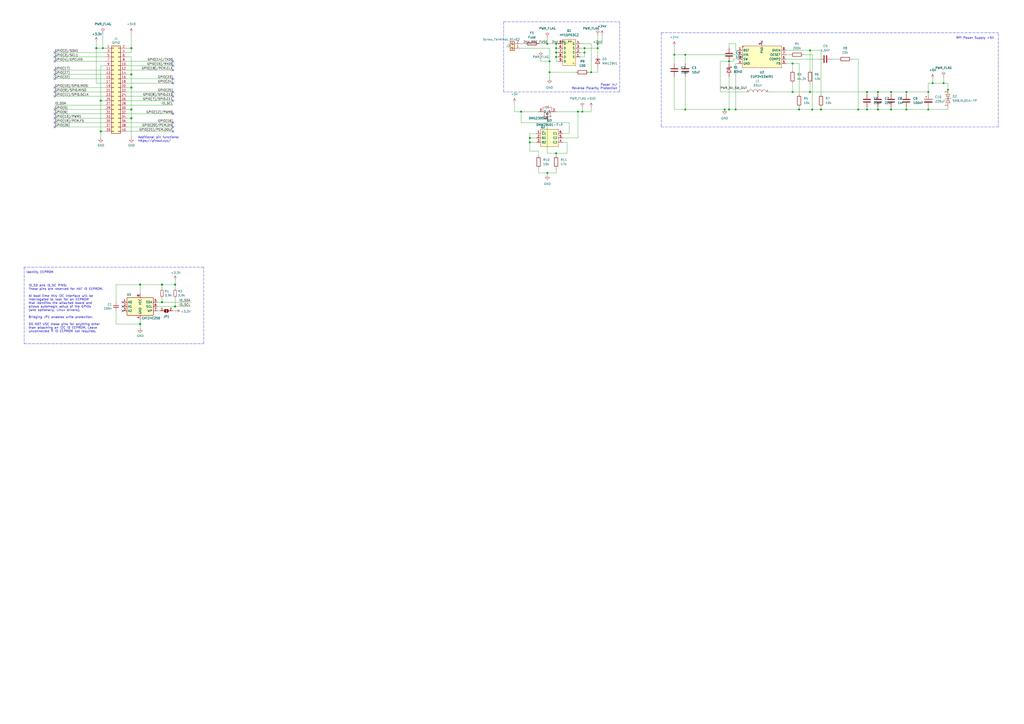
<source format=kicad_sch>
(kicad_sch (version 20211123) (generator eeschema)
  (paper "A2")
  (title_block (title "CBPi Hat") (date "2023-02-13") (rev "Rev 1.1") (company "Till Klocke"))
  (lib_symbols
    (symbol "Connector:Screw_Terminal_01x02" (pin_names (offset 1.016) hide)
      (property "Reference" "J" (at 0 2.54 0))
      (property "Value" "Screw_Terminal_01x02" (at 0 -5.08 0))
      (symbol "Screw_Terminal_01x02_1_1"
        (rectangle (start -1.27 1.27) (end 1.27 -3.81) (stroke (width 0.254)) (fill (type background)))
        (circle (center 0 -2.54) (radius 0.635) (stroke (width 0.1524)))
        (polyline (pts (xy -0.5334 -2.2098) (xy 0.3302 -3.048)) (stroke (width 0.1524)))
        (polyline (pts (xy -0.5334 0.3302) (xy 0.3302 -0.508)) (stroke (width 0.1524)))
        (polyline (pts (xy -0.3556 -2.032) (xy 0.508 -2.8702)) (stroke (width 0.1524)))
        (polyline (pts (xy -0.3556 0.508) (xy 0.508 -0.3302)) (stroke (width 0.1524)))
        (circle (center 0 0) (radius 0.635) (stroke (width 0.1524)))
        (pin passive line (at -5.08 0 0) (length 3.81) (name "Pin_1") (number "1"))
        (pin passive line (at -5.08 -2.54 0) (length 3.81) (name "Pin_2") (number "2"))
      )
    )
    (symbol "Connector_Generic:Conn_02x20_Odd_Even" (pin_names (offset 1.016) hide)
      (property "Reference" "J" (at 1.27 25.4 0))
      (property "Value" "Conn_02x20_Odd_Even" (at 1.27 -27.94 0))
      (symbol "Conn_02x20_Odd_Even_1_1"
        (rectangle (start -1.27 -25.273) (end 0 -25.527) (stroke (width 0.1524)))
        (rectangle (start -1.27 -22.733) (end 0 -22.987) (stroke (width 0.1524)))
        (rectangle (start -1.27 -20.193) (end 0 -20.447) (stroke (width 0.1524)))
        (rectangle (start -1.27 -17.653) (end 0 -17.907) (stroke (width 0.1524)))
        (rectangle (start -1.27 -15.113) (end 0 -15.367) (stroke (width 0.1524)))
        (rectangle (start -1.27 -12.573) (end 0 -12.827) (stroke (width 0.1524)))
        (rectangle (start -1.27 -10.033) (end 0 -10.287) (stroke (width 0.1524)))
        (rectangle (start -1.27 -7.493) (end 0 -7.747) (stroke (width 0.1524)))
        (rectangle (start -1.27 -4.953) (end 0 -5.207) (stroke (width 0.1524)))
        (rectangle (start -1.27 -2.413) (end 0 -2.667) (stroke (width 0.1524)))
        (rectangle (start -1.27 0.127) (end 0 -0.127) (stroke (width 0.1524)))
        (rectangle (start -1.27 2.667) (end 0 2.413) (stroke (width 0.1524)))
        (rectangle (start -1.27 5.207) (end 0 4.953) (stroke (width 0.1524)))
        (rectangle (start -1.27 7.747) (end 0 7.493) (stroke (width 0.1524)))
        (rectangle (start -1.27 10.287) (end 0 10.033) (stroke (width 0.1524)))
        (rectangle (start -1.27 12.827) (end 0 12.573) (stroke (width 0.1524)))
        (rectangle (start -1.27 15.367) (end 0 15.113) (stroke (width 0.1524)))
        (rectangle (start -1.27 17.907) (end 0 17.653) (stroke (width 0.1524)))
        (rectangle (start -1.27 20.447) (end 0 20.193) (stroke (width 0.1524)))
        (rectangle (start -1.27 22.987) (end 0 22.733) (stroke (width 0.1524)))
        (rectangle (start -1.27 24.13) (end 3.81 -26.67) (stroke (width 0.254)) (fill (type background)))
        (rectangle (start 3.81 -25.273) (end 2.54 -25.527) (stroke (width 0.1524)))
        (rectangle (start 3.81 -22.733) (end 2.54 -22.987) (stroke (width 0.1524)))
        (rectangle (start 3.81 -20.193) (end 2.54 -20.447) (stroke (width 0.1524)))
        (rectangle (start 3.81 -17.653) (end 2.54 -17.907) (stroke (width 0.1524)))
        (rectangle (start 3.81 -15.113) (end 2.54 -15.367) (stroke (width 0.1524)))
        (rectangle (start 3.81 -12.573) (end 2.54 -12.827) (stroke (width 0.1524)))
        (rectangle (start 3.81 -10.033) (end 2.54 -10.287) (stroke (width 0.1524)))
        (rectangle (start 3.81 -7.493) (end 2.54 -7.747) (stroke (width 0.1524)))
        (rectangle (start 3.81 -4.953) (end 2.54 -5.207) (stroke (width 0.1524)))
        (rectangle (start 3.81 -2.413) (end 2.54 -2.667) (stroke (width 0.1524)))
        (rectangle (start 3.81 0.127) (end 2.54 -0.127) (stroke (width 0.1524)))
        (rectangle (start 3.81 2.667) (end 2.54 2.413) (stroke (width 0.1524)))
        (rectangle (start 3.81 5.207) (end 2.54 4.953) (stroke (width 0.1524)))
        (rectangle (start 3.81 7.747) (end 2.54 7.493) (stroke (width 0.1524)))
        (rectangle (start 3.81 10.287) (end 2.54 10.033) (stroke (width 0.1524)))
        (rectangle (start 3.81 12.827) (end 2.54 12.573) (stroke (width 0.1524)))
        (rectangle (start 3.81 15.367) (end 2.54 15.113) (stroke (width 0.1524)))
        (rectangle (start 3.81 17.907) (end 2.54 17.653) (stroke (width 0.1524)))
        (rectangle (start 3.81 20.447) (end 2.54 20.193) (stroke (width 0.1524)))
        (rectangle (start 3.81 22.987) (end 2.54 22.733) (stroke (width 0.1524)))
        (pin passive line (at -5.08 22.86 0) (length 3.81) (name "Pin_1") (number "1"))
        (pin passive line (at 7.62 12.7 180) (length 3.81) (name "Pin_10") (number "10"))
        (pin passive line (at -5.08 10.16 0) (length 3.81) (name "Pin_11") (number "11"))
        (pin passive line (at 7.62 10.16 180) (length 3.81) (name "Pin_12") (number "12"))
        (pin passive line (at -5.08 7.62 0) (length 3.81) (name "Pin_13") (number "13"))
        (pin passive line (at 7.62 7.62 180) (length 3.81) (name "Pin_14") (number "14"))
        (pin passive line (at -5.08 5.08 0) (length 3.81) (name "Pin_15") (number "15"))
        (pin passive line (at 7.62 5.08 180) (length 3.81) (name "Pin_16") (number "16"))
        (pin passive line (at -5.08 2.54 0) (length 3.81) (name "Pin_17") (number "17"))
        (pin passive line (at 7.62 2.54 180) (length 3.81) (name "Pin_18") (number "18"))
        (pin passive line (at -5.08 0 0) (length 3.81) (name "Pin_19") (number "19"))
        (pin passive line (at 7.62 22.86 180) (length 3.81) (name "Pin_2") (number "2"))
        (pin passive line (at 7.62 0 180) (length 3.81) (name "Pin_20") (number "20"))
        (pin passive line (at -5.08 -2.54 0) (length 3.81) (name "Pin_21") (number "21"))
        (pin passive line (at 7.62 -2.54 180) (length 3.81) (name "Pin_22") (number "22"))
        (pin passive line (at -5.08 -5.08 0) (length 3.81) (name "Pin_23") (number "23"))
        (pin passive line (at 7.62 -5.08 180) (length 3.81) (name "Pin_24") (number "24"))
        (pin passive line (at -5.08 -7.62 0) (length 3.81) (name "Pin_25") (number "25"))
        (pin passive line (at 7.62 -7.62 180) (length 3.81) (name "Pin_26") (number "26"))
        (pin passive line (at -5.08 -10.16 0) (length 3.81) (name "Pin_27") (number "27"))
        (pin passive line (at 7.62 -10.16 180) (length 3.81) (name "Pin_28") (number "28"))
        (pin passive line (at -5.08 -12.7 0) (length 3.81) (name "Pin_29") (number "29"))
        (pin passive line (at -5.08 20.32 0) (length 3.81) (name "Pin_3") (number "3"))
        (pin passive line (at 7.62 -12.7 180) (length 3.81) (name "Pin_30") (number "30"))
        (pin passive line (at -5.08 -15.24 0) (length 3.81) (name "Pin_31") (number "31"))
        (pin passive line (at 7.62 -15.24 180) (length 3.81) (name "Pin_32") (number "32"))
        (pin passive line (at -5.08 -17.78 0) (length 3.81) (name "Pin_33") (number "33"))
        (pin passive line (at 7.62 -17.78 180) (length 3.81) (name "Pin_34") (number "34"))
        (pin passive line (at -5.08 -20.32 0) (length 3.81) (name "Pin_35") (number "35"))
        (pin passive line (at 7.62 -20.32 180) (length 3.81) (name "Pin_36") (number "36"))
        (pin passive line (at -5.08 -22.86 0) (length 3.81) (name "Pin_37") (number "37"))
        (pin passive line (at 7.62 -22.86 180) (length 3.81) (name "Pin_38") (number "38"))
        (pin passive line (at -5.08 -25.4 0) (length 3.81) (name "Pin_39") (number "39"))
        (pin passive line (at 7.62 20.32 180) (length 3.81) (name "Pin_4") (number "4"))
        (pin passive line (at 7.62 -25.4 180) (length 3.81) (name "Pin_40") (number "40"))
        (pin passive line (at -5.08 17.78 0) (length 3.81) (name "Pin_5") (number "5"))
        (pin passive line (at 7.62 17.78 180) (length 3.81) (name "Pin_6") (number "6"))
        (pin passive line (at -5.08 15.24 0) (length 3.81) (name "Pin_7") (number "7"))
        (pin passive line (at 7.62 15.24 180) (length 3.81) (name "Pin_8") (number "8"))
        (pin passive line (at -5.08 12.7 0) (length 3.81) (name "Pin_9") (number "9"))
      )
    )
    (symbol "Device:C" (pin_numbers hide) (pin_names (offset 0.254))
      (property "Reference" "C" (at 0.635 2.54 0))
      (property "Value" "C" (at 0.635 -2.54 0))
      (symbol "C_0_1"
        (polyline (pts (xy -2.032 -0.762) (xy 2.032 -0.762)) (stroke (width 0.508)))
        (polyline (pts (xy -2.032 0.762) (xy 2.032 0.762)) (stroke (width 0.508)))
      )
      (symbol "C_1_1"
        (pin passive line (at 0 3.81 270) (length 2.794) (name "~") (number "1"))
        (pin passive line (at 0 -3.81 90) (length 2.794) (name "~") (number "2"))
      )
    )
    (symbol "Device:C_Polarized" (pin_numbers hide) (pin_names (offset 0.254))
      (property "Reference" "C" (at 0.635 2.54 0))
      (property "Value" "C_Polarized" (at 0.635 -2.54 0))
      (symbol "C_Polarized_0_1"
        (rectangle (start -2.286 0.508) (end 2.286 1.016))
        (polyline (pts (xy -1.778 2.286) (xy -0.762 2.286)))
        (polyline (pts (xy -1.27 2.794) (xy -1.27 1.778)))
        (rectangle (start 2.286 -0.508) (end -2.286 -1.016) (fill (type outline)))
      )
      (symbol "C_Polarized_1_1"
        (pin passive line (at 0 3.81 270) (length 2.794) (name "~") (number "1"))
        (pin passive line (at 0 -3.81 90) (length 2.794) (name "~") (number "2"))
      )
    )
    (symbol "Device:C_Small" (pin_numbers hide) (pin_names (offset 0.254) hide)
      (property "Reference" "C" (at 0.254 1.778 0))
      (property "Value" "C_Small" (at 0.254 -2.032 0))
      (symbol "C_Small_0_1"
        (polyline (pts (xy -1.524 -0.508) (xy 1.524 -0.508)) (stroke (width 0.3302)))
        (polyline (pts (xy -1.524 0.508) (xy 1.524 0.508)) (stroke (width 0.3048)))
      )
      (symbol "C_Small_1_1"
        (pin passive line (at 0 2.54 270) (length 2.032) (name "~") (number "1"))
        (pin passive line (at 0 -2.54 90) (length 2.032) (name "~") (number "2"))
      )
    )
    (symbol "Device:D_Zener" (pin_numbers hide) (pin_names (offset 1.016) hide)
      (property "Reference" "D" (at 0 2.54 0))
      (property "Value" "D_Zener" (at 0 -2.54 0))
      (symbol "D_Zener_0_1"
        (polyline (pts (xy 1.27 0) (xy -1.27 0)))
        (polyline (pts (xy -1.27 -1.27) (xy -1.27 1.27) (xy -0.762 1.27)) (stroke (width 0.254)))
        (polyline (pts (xy 1.27 -1.27) (xy 1.27 1.27) (xy -1.27 0) (xy 1.27 -1.27)) (stroke (width 0.254)))
      )
      (symbol "D_Zener_1_1"
        (pin passive line (at -3.81 0 0) (length 2.54) (name "K") (number "1"))
        (pin passive line (at 3.81 0 180) (length 2.54) (name "A") (number "2"))
      )
    )
    (symbol "Device:Fuse" (pin_numbers hide) (pin_names (offset 0))
      (property "Reference" "F" (at 2.032 0 90))
      (property "Value" "Fuse" (at -1.905 0 90))
      (symbol "Fuse_0_1"
        (rectangle (start -0.762 -2.54) (end 0.762 2.54) (stroke (width 0.254)))
        (polyline (pts (xy 0 2.54) (xy 0 -2.54)))
      )
      (symbol "Fuse_1_1"
        (pin passive line (at 0 3.81 270) (length 1.27) (name "~") (number "1"))
        (pin passive line (at 0 -3.81 90) (length 1.27) (name "~") (number "2"))
      )
    )
    (symbol "Device:R" (pin_numbers hide) (pin_names (offset 0))
      (property "Reference" "R" (at 2.032 0 90))
      (property "Value" "R" (at 0 0 90))
      (symbol "R_0_1"
        (rectangle (start -1.016 -2.54) (end 1.016 2.54) (stroke (width 0.254)))
      )
      (symbol "R_1_1"
        (pin passive line (at 0 3.81 270) (length 1.27) (name "~") (number "1"))
        (pin passive line (at 0 -3.81 90) (length 1.27) (name "~") (number "2"))
      )
    )
    (symbol "Device:R_Small" (pin_numbers hide) (pin_names (offset 0.254) hide)
      (property "Reference" "R" (at 0.762 0.508 0))
      (property "Value" "R_Small" (at 0.762 -1.016 0))
      (symbol "R_Small_0_1"
        (rectangle (start -0.762 1.778) (end 0.762 -1.778) (stroke (width 0.2032)))
      )
      (symbol "R_Small_1_1"
        (pin passive line (at 0 2.54 270) (length 0.762) (name "~") (number "1"))
        (pin passive line (at 0 -2.54 90) (length 0.762) (name "~") (number "2"))
      )
    )
    (symbol "Diode:B340" (pin_numbers hide) (pin_names (offset 1.016) hide)
      (property "Reference" "D" (at 0 2.54 0))
      (property "Value" "B340" (at 0 -2.54 0))
      (symbol "B340_0_1"
        (polyline (pts (xy 1.27 0) (xy -1.27 0)))
        (polyline (pts (xy 1.27 1.27) (xy 1.27 -1.27) (xy -1.27 0) (xy 1.27 1.27)) (stroke (width 0.254)))
        (polyline (pts (xy -1.905 0.635) (xy -1.905 1.27) (xy -1.27 1.27) (xy -1.27 -1.27) (xy -0.635 -1.27) (xy -0.635 -0.635)) (stroke (width 0.254)))
      )
      (symbol "B340_1_1"
        (pin passive line (at -3.81 0 0) (length 2.54) (name "K") (number "1"))
        (pin passive line (at 3.81 0 180) (length 2.54) (name "A") (number "2"))
      )
    )
    (symbol "Jumper:SolderJumper_2_Open" (pin_names (offset 0) hide)
      (property "Reference" "JP" (at 0 2.032 0))
      (property "Value" "SolderJumper_2_Open" (at 0 -2.54 0))
      (symbol "SolderJumper_2_Open_0_1"
        (arc (start -0.254 1.016) (mid -1.27 0) (end -0.254 -1.016))
        (arc (start -0.254 1.016) (mid -1.27 0) (end -0.254 -1.016) (fill (type outline)))
        (polyline (pts (xy -0.254 1.016) (xy -0.254 -1.016)))
        (polyline (pts (xy 0.254 1.016) (xy 0.254 -1.016)))
        (arc (start 0.254 -1.016) (mid 1.27 0) (end 0.254 1.016))
        (arc (start 0.254 -1.016) (mid 1.27 0) (end 0.254 1.016) (fill (type outline)))
      )
      (symbol "SolderJumper_2_Open_1_1"
        (pin passive line (at -3.81 0 0) (length 2.54) (name "A") (number "1"))
        (pin passive line (at 3.81 0 180) (length 2.54) (name "B") (number "2"))
      )
    )
    (symbol "Memory_EEPROM:CAT24C256"
      (property "Reference" "U" (at -6.35 6.35 0))
      (property "Value" "CAT24C256" (at 1.27 6.35 0))
      (symbol "CAT24C256_1_1"
        (rectangle (start -7.62 5.08) (end 7.62 -5.08) (stroke (width 0.254)) (fill (type background)))
        (pin input line (at -10.16 2.54 0) (length 2.54) (name "A0") (number "1"))
        (pin input line (at -10.16 0 0) (length 2.54) (name "A1") (number "2"))
        (pin input line (at -10.16 -2.54 0) (length 2.54) (name "A2") (number "3"))
        (pin power_in line (at 0 -7.62 90) (length 2.54) (name "GND") (number "4"))
        (pin bidirectional line (at 10.16 2.54 180) (length 2.54) (name "SDA") (number "5"))
        (pin input line (at 10.16 0 180) (length 2.54) (name "SCL") (number "6"))
        (pin input line (at 10.16 -2.54 180) (length 2.54) (name "WP") (number "7"))
        (pin power_in line (at 0 7.62 270) (length 2.54) (name "VCC") (number "8"))
      )
    )
    (symbol "dmg2305ux:DMG2305UX"
      (property "Reference" "Q" (at 0 10.16 0))
      (property "Value" "DMG2305UX" (at 0 -10.16 0))
      (symbol "DMG2305UX_0_1"
        (polyline (pts (xy -3.05 2.29) (xy -3.05 -2.29)))
        (polyline (pts (xy -2.54 -2.29) (xy -2.54 -1.27)))
        (polyline (pts (xy -2.54 -0.51) (xy -2.54 0.51)))
        (polyline (pts (xy -2.54 2.29) (xy -2.54 1.27)))
        (polyline (pts (xy 0 -1.78) (xy -2.54 -1.78)))
        (polyline (pts (xy 0 0) (xy -1.52 0.51) (xy -1.52 -0.51) (xy 0 0)) (fill (type background)))
        (polyline (pts (xy 1.52 -0.51) (xy 2.03 -0.51) (xy 3.05 -0.51) (xy 3.56 -0.51)))
        (polyline (pts (xy 2.54 -0.51) (xy 3.3 0.76) (xy 1.78 0.76) (xy 2.54 -0.51)) (fill (type background)))
        (polyline (pts (xy -2.54 0) (xy 0 0) (xy 0 -2.54) (xy 2.54 -2.54) (xy 2.54 -0.76)))
        (polyline (pts (xy -2.54 1.78) (xy 0 1.78) (xy 0 2.54) (xy 2.54 2.54) (xy 2.54 0.76)))
        (pin input line (at -5.08 0 0) (length 2.54) (name "G") (number "1"))
        (pin input line (at 0 -5.08 90) (length 2.54) (name "S") (number "2"))
        (pin input line (at 0 5.08 270) (length 2.54) (name "D") (number "3"))
      )
    )
    (symbol "dmmt5401-f-7:DMMT5401-7-F"
      (property "Reference" "Q" (at 0 7.62 0))
      (property "Value" "DMMT5401-7-F" (at 0 -7.62 0))
      (symbol "DMMT5401-7-F_0_1"
        (rectangle (start -5.08 5.08) (end 5.08 -5.08) (fill (type background)))
        (circle (center -3.81 3.81) (radius 0.38))
        (pin input line (at -7.62 2.54 0) (length 2.54) (name "C1") (number "1"))
        (pin input line (at -7.62 0 0) (length 2.54) (name "B1") (number "2"))
        (pin input line (at -7.62 -2.54 0) (length 2.54) (name "B2") (number "3"))
        (pin input line (at 7.62 -2.54 180) (length 2.54) (name "C2") (number "4"))
        (pin input line (at 7.62 0 180) (length 2.54) (name "E2") (number "5"))
        (pin input line (at 7.62 2.54 180) (length 2.54) (name "E1") (number "6"))
      )
    )
    (symbol "eup3453wir1:EUP3453WIR1"
      (property "Reference" "U" (at 0 13.97 0))
      (property "Value" "EUP3453WIR1" (at 0 -8.89 0))
      (symbol "EUP3453WIR1_0_1"
        (rectangle (start -11.43 6.35) (end 11.43 -6.35) (fill (type background)))
        (circle (center -10.92 5.84) (radius 0.38))
        (pin input line (at -13.97 3.81 0) (length 2.54) (name "BST") (number "1"))
        (pin power_in line (at -13.97 1.27 0) (length 2.54) (name "VIN") (number "2"))
        (pin input line (at -13.97 -1.27 0) (length 2.54) (name "SW") (number "3"))
        (pin power_in line (at -13.97 -3.81 0) (length 2.54) (name "GND") (number "4"))
        (pin input line (at 13.97 -3.81 180) (length 2.54) (name "FB") (number "5"))
        (pin input line (at 13.97 -1.27 180) (length 2.54) (name "COMP2") (number "6"))
        (pin input line (at 13.97 1.27 180) (length 2.54) (name "OCSET") (number "7"))
        (pin input line (at 13.97 3.81 180) (length 2.54) (name "OVEN") (number "8"))
        (pin unspecified line (at 0 8.89 270) (length 2.54) (name "PAD") (number "9"))
      )
    )
    (symbol "hy15p03c2:HY15P03C2"
      (property "Reference" "Q" (at 0 10.16 0))
      (property "Value" "HY15P03C2" (at 0 -10.16 0))
      (symbol "HY15P03C2_0_1"
        (rectangle (start -3.81 7.62) (end 3.81 -7.62) (fill (type background)))
        (circle (center -2.54 6.35) (radius 0.38))
        (pin power_in line (at -6.35 2.54 0) (length 2.54) (name "S") (number "1"))
        (pin power_in line (at -6.35 0 0) (length 2.54) (name "S") (number "2"))
        (pin power_in line (at -6.35 -2.54 0) (length 2.54) (name "S") (number "3"))
        (pin input line (at -6.35 -5.08 0) (length 2.54) (name "G") (number "4"))
        (pin power_in line (at 6.35 -5.08 180) (length 2.54) (name "D") (number "5"))
        (pin power_in line (at 6.35 -2.54 180) (length 2.54) (name "D") (number "6"))
        (pin power_in line (at 6.35 0 180) (length 2.54) (name "D") (number "7"))
        (pin power_in line (at 6.35 2.54 180) (length 2.54) (name "D") (number "8"))
        (pin power_in line (at 6.35 5.08 180) (length 2.54) (name "D") (number "9"))
      )
    )
    (symbol "power:+24V" (power) (pin_names (offset 0))
      (property "Value" "+24V" (at 0 3.556 0))
      (symbol "+24V_0_1"
        (polyline (pts (xy -0.762 1.27) (xy 0 2.54)))
        (polyline (pts (xy 0 0) (xy 0 2.54)))
        (polyline (pts (xy 0 2.54) (xy 0.762 1.27)))
      )
      (symbol "+24V_1_1"
        (pin power_in line (at 0 0 90) (length 0) hide (name "+24V") (number "1"))
      )
    )
    (symbol "power:+3.3V" (power) (pin_names (offset 0))
      (property "Value" "+3.3V" (at 0 3.556 0))
      (symbol "+3.3V_0_1"
        (polyline (pts (xy -0.762 1.27) (xy 0 2.54)))
        (polyline (pts (xy 0 0) (xy 0 2.54)))
        (polyline (pts (xy 0 2.54) (xy 0.762 1.27)))
      )
      (symbol "+3.3V_1_1"
        (pin power_in line (at 0 0 90) (length 0) hide (name "+3.3V") (number "1"))
      )
    )
    (symbol "power:+5V" (power) (pin_names (offset 0))
      (property "Value" "+5V" (at 0 3.556 0))
      (symbol "+5V_0_1"
        (polyline (pts (xy -0.762 1.27) (xy 0 2.54)))
        (polyline (pts (xy 0 0) (xy 0 2.54)))
        (polyline (pts (xy 0 2.54) (xy 0.762 1.27)))
      )
      (symbol "+5V_1_1"
        (pin power_in line (at 0 0 90) (length 0) hide (name "+5V") (number "1"))
      )
    )
    (symbol "power:+5VD" (power) (pin_names (offset 0))
      (property "Value" "+5VD" (at 0 3.556 0))
      (symbol "+5VD_0_1"
        (polyline (pts (xy -0.762 1.27) (xy 0 2.54)))
        (polyline (pts (xy 0 0) (xy 0 2.54)))
        (polyline (pts (xy 0 2.54) (xy 0.762 1.27)))
      )
      (symbol "+5VD_1_1"
        (pin power_in line (at 0 0 90) (length 0) hide (name "+5VD") (number "1"))
      )
    )
    (symbol "power:GND" (power) (pin_names (offset 0))
      (property "Value" "GND" (at 0 -3.81 0))
      (symbol "GND_0_1"
        (polyline (pts (xy 0 0) (xy 0 -1.27) (xy 1.27 -1.27) (xy 0 -2.54) (xy -1.27 -1.27) (xy 0 -1.27)))
      )
      (symbol "GND_1_1"
        (pin power_in line (at 0 0 270) (length 0) hide (name "GND") (number "1"))
      )
    )
    (symbol "power:PWR_FLAG" (power) (pin_numbers hide) (pin_names (offset 0) hide)
      (property "Value" "PWR_FLAG" (at 0 3.81 0))
      (symbol "PWR_FLAG_0_0"
        (pin power_out line (at 0 0 90) (length 0) (name "pwr") (number "1"))
      )
      (symbol "PWR_FLAG_0_1"
        (polyline (pts (xy 0 0) (xy 0 1.27) (xy -1.016 1.905) (xy 0 2.54) (xy 1.016 1.905) (xy 0 1.27)))
      )
    )
    (symbol "pspice:INDUCTOR" (pin_numbers hide) (pin_names (offset 0))
      (property "Reference" "L" (at 0 2.54 0))
      (property "Value" "INDUCTOR" (at 0 -1.27 0))
      (symbol "INDUCTOR_0_1"
        (arc (start -2.54 0) (mid -3.81 1.27) (end -5.08 0))
        (arc (start 0 0) (mid -1.27 1.27) (end -2.54 0))
        (arc (start 2.54 0) (mid 1.27 1.27) (end 0 0))
        (arc (start 5.08 0) (mid 3.81 1.27) (end 2.54 0))
      )
      (symbol "INDUCTOR_1_1"
        (pin passive line (at -6.35 0 0) (length 1.27) (name "1") (number "1"))
        (pin passive line (at 6.35 0 180) (length 1.27) (name "2") (number "2"))
      )
    )
    (symbol "smbj5.0ca-tp:SMBJ5.0CA-TP"
      (property "Reference" "D" (at 0 5.08 0))
      (property "Value" "SMBJ5.0CA-TP" (at 0 -5.08 0))
      (symbol "SMBJ5.0CA-TP_0_1"
        (polyline (pts (xy -2.54 1.27) (xy 0 0) (xy -2.54 -1.27) (xy -2.54 1.27)) (fill (type background)))
        (polyline (pts (xy 2.54 1.27) (xy 0 0) (xy 2.54 -1.27) (xy 2.54 1.27)) (fill (type background)))
        (polyline (pts (xy -0.51 1.52) (xy -0.51 1.52) (xy 0 1.52) (xy 0 -1.52) (xy 0.51 -1.52) (xy 0.51 -1.52)))
        (pin power_in line (at -5.08 0 0) (length 2.54) (name "1") (number "1"))
        (pin power_in line (at 5.08 0 180) (length 2.54) (name "2") (number "2"))
      )
    )
  )
  (junction (at 342.9 41.91))
  (junction (at 426.72 63.5))
  (junction (at 502.92 63.5))
  (junction (at 93.98 175.26) (diameter 1.016))
  (junction (at 76.2 27.94) (diameter 1.016))
  (junction (at 81.28 187.96) (diameter 1.016))
  (junction (at 59.69 27.94))
  (junction (at 469.9 53.34))
  (junction (at 76.2 43.18) (diameter 1.016))
  (junction (at 81.28 165.1) (diameter 1.016))
  (junction (at 335.28 64.77))
  (junction (at 422.91 63.5))
  (junction (at 541.02 48.26))
  (junction (at 420.37 63.5))
  (junction (at 101.6 165.1) (diameter 1.016))
  (junction (at 317.5 100.33))
  (junction (at 346.71 25.4))
  (junction (at 463.55 63.5))
  (junction (at 302.26 64.77))
  (junction (at 516.89 63.5))
  (junction (at 509.27 53.34))
  (junction (at 459.74 53.34))
  (junction (at 469.9 29.21))
  (junction (at 322.58 88.9))
  (junction (at 318.77 35.56))
  (junction (at 538.48 63.5))
  (junction (at 397.51 31.75))
  (junction (at 497.84 63.5))
  (junction (at 538.48 53.34))
  (junction (at 58.42 76.2) (diameter 1.016))
  (junction (at 317.5 25.4))
  (junction (at 307.34 80.01))
  (junction (at 459.74 36.83))
  (junction (at 58.42 58.42) (diameter 1.016))
  (junction (at 322.58 33.02))
  (junction (at 391.16 31.75))
  (junction (at 337.82 64.77))
  (junction (at 76.2 68.58) (diameter 1.016))
  (junction (at 549.91 52.07))
  (junction (at 502.92 53.34))
  (junction (at 476.25 63.5))
  (junction (at 322.58 30.48))
  (junction (at 547.37 48.26))
  (junction (at 339.09 30.48))
  (junction (at 509.27 63.5))
  (junction (at 322.58 25.4))
  (junction (at 76.2 63.5) (diameter 1.016))
  (junction (at 339.09 27.94))
  (junction (at 525.78 53.34))
  (junction (at 322.58 27.94))
  (junction (at 76.2 50.8) (diameter 1.016))
  (junction (at 422.91 35.56))
  (junction (at 307.34 82.55))
  (junction (at 346.71 27.94))
  (junction (at 101.6 177.8) (diameter 1.016))
  (junction (at 516.89 53.34))
  (junction (at 318.77 41.91))
  (junction (at 471.17 63.5))
  (junction (at 525.78 63.5))
  (junction (at 397.51 63.5))
  (junction (at 55.88 27.94) (diameter 1.016))
  (junction (at 93.98 165.1) (diameter 1.016))
  (no_connect (at 71.12 175.26))
  (no_connect (at 71.12 177.8))
  (no_connect (at 71.12 180.34))
  (no_connect (at 100.33 38.1))
  (no_connect (at 31.75 73.66))
  (no_connect (at 31.75 53.34))
  (no_connect (at 100.33 40.64))
  (no_connect (at 31.75 68.58))
  (no_connect (at 31.75 55.88))
  (no_connect (at 100.33 76.2))
  (no_connect (at 31.75 40.64))
  (no_connect (at 31.75 33.02))
  (no_connect (at 31.75 63.5))
  (no_connect (at 100.33 35.56))
  (no_connect (at 100.33 66.04))
  (no_connect (at 100.33 48.26))
  (no_connect (at 100.33 53.34))
  (no_connect (at 100.33 73.66))
  (no_connect (at 100.33 58.42))
  (no_connect (at 31.75 30.48))
  (no_connect (at 441.96 24.13))
  (no_connect (at 31.75 66.04))
  (no_connect (at 31.75 71.12))
  (no_connect (at 31.75 35.56))
  (no_connect (at 100.33 55.88))
  (no_connect (at 100.33 71.12))
  (no_connect (at 31.75 50.8))
  (no_connect (at 31.75 45.72))
  (no_connect (at 31.75 43.18))
  (no_connect (at 100.33 45.72))
  (wire (pts (xy 58.42 58.42) (xy 58.42 76.2)))
  (wire (pts (xy 476.25 54.61) (xy 476.25 29.21)))
  (wire (pts (xy 336.55 30.48) (xy 339.09 30.48)))
  (wire (pts (xy 422.91 35.56) (xy 417.83 35.56)))
  (wire (pts (xy 73.66 58.42) (xy 100.33 58.42)))
  (wire (pts (xy 549.91 62.23) (xy 549.91 63.5)))
  (wire (pts (xy 322.58 64.77) (xy 335.28 64.77)))
  (wire (pts (xy 426.72 63.5) (xy 422.91 63.5)))
  (wire (pts (xy 60.96 40.64) (xy 31.75 40.64)))
  (wire (pts (xy 307.34 82.55) (xy 307.34 87.63)))
  (wire (pts (xy 81.28 165.1) (xy 93.98 165.1)))
  (wire (pts (xy 101.6 165.1) (xy 93.98 165.1)))
  (wire (pts (xy 101.6 167.64) (xy 101.6 165.1)))
  (wire (pts (xy 322.58 88.9) (xy 322.58 90.17)))
  (wire (pts (xy 471.17 63.5) (xy 463.55 63.5)))
  (wire (pts (xy 502.92 62.23) (xy 502.92 63.5)))
  (polyline (pts (xy 118.11 199.39) (xy 118.11 154.94)))
  (wire (pts (xy 525.78 63.5) (xy 538.48 63.5)))
  (wire (pts (xy 525.78 53.34) (xy 525.78 54.61)))
  (wire (pts (xy 509.27 62.23) (xy 509.27 63.5)))
  (wire (pts (xy 76.2 33.02) (xy 76.2 43.18)))
  (wire (pts (xy 312.42 100.33) (xy 317.5 100.33)))
  (wire (pts (xy 76.2 50.8) (xy 73.66 50.8)))
  (wire (pts (xy 549.91 63.5) (xy 538.48 63.5)))
  (wire (pts (xy 59.69 27.94) (xy 60.96 27.94)))
  (wire (pts (xy 328.93 82.55) (xy 328.93 88.9)))
  (wire (pts (xy 76.2 63.5) (xy 76.2 68.58)))
  (wire (pts (xy 425.45 34.29) (xy 425.45 35.56)))
  (wire (pts (xy 322.58 97.79) (xy 322.58 100.33)))
  (wire (pts (xy 322.58 100.33) (xy 317.5 100.33)))
  (wire (pts (xy 317.5 88.9) (xy 322.58 88.9)))
  (wire (pts (xy 420.37 63.5) (xy 397.51 63.5)))
  (wire (pts (xy 391.16 63.5) (xy 391.16 44.45)))
  (polyline (pts (xy 292.1 12.7) (xy 292.1 53.34)))
  (wire (pts (xy 459.74 36.83) (xy 459.74 40.64)))
  (wire (pts (xy 422.91 44.45) (xy 422.91 63.5)))
  (wire (pts (xy 476.25 62.23) (xy 476.25 63.5)))
  (wire (pts (xy 307.34 77.47) (xy 307.34 80.01)))
  (wire (pts (xy 516.89 53.34) (xy 516.89 54.61)))
  (wire (pts (xy 397.51 31.75) (xy 397.51 36.83)))
  (wire (pts (xy 313.69 35.56) (xy 318.77 35.56)))
  (wire (pts (xy 466.09 31.75) (xy 471.17 31.75)))
  (wire (pts (xy 455.93 34.29) (xy 474.98 34.29)))
  (wire (pts (xy 76.2 50.8) (xy 76.2 63.5)))
  (wire (pts (xy 336.55 25.4) (xy 342.9 25.4)))
  (wire (pts (xy 547.37 44.45) (xy 547.37 48.26)))
  (wire (pts (xy 73.66 35.56) (xy 100.33 35.56)))
  (wire (pts (xy 58.42 38.1) (xy 58.42 58.42)))
  (wire (pts (xy 322.58 27.94) (xy 322.58 25.4)))
  (wire (pts (xy 91.44 175.26) (xy 93.98 175.26)))
  (wire (pts (xy 93.98 175.26) (xy 110.49 175.26)))
  (wire (pts (xy 541.02 45.72) (xy 541.02 48.26)))
  (wire (pts (xy 482.6 34.29) (xy 486.41 34.29)))
  (wire (pts (xy 335.28 80.01) (xy 335.28 64.77)))
  (wire (pts (xy 58.42 38.1) (xy 60.96 38.1)))
  (wire (pts (xy 459.74 48.26) (xy 459.74 53.34)))
  (wire (pts (xy 91.44 180.34) (xy 92.71 180.34)))
  (wire (pts (xy 100.33 180.34) (xy 101.6 180.34)))
  (wire (pts (xy 322.58 30.48) (xy 323.85 30.48)))
  (wire (pts (xy 73.66 55.88) (xy 100.33 55.88)))
  (wire (pts (xy 342.9 41.91) (xy 346.71 41.91)))
  (wire (pts (xy 60.96 60.96) (xy 31.75 60.96)))
  (wire (pts (xy 427.99 31.75) (xy 397.51 31.75)))
  (wire (pts (xy 31.75 63.5) (xy 60.96 63.5)))
  (polyline (pts (xy 359.41 12.7) (xy 359.41 53.34)))
  (wire (pts (xy 538.48 48.26) (xy 541.02 48.26)))
  (polyline (pts (xy 579.12 73.66) (xy 579.12 19.05)))
  (wire (pts (xy 337.82 62.23) (xy 337.82 64.77)))
  (polyline (pts (xy 292.1 12.7) (xy 359.41 12.7)))
  (wire (pts (xy 346.71 20.32) (xy 346.71 25.4)))
  (wire (pts (xy 322.58 27.94) (xy 323.85 27.94)))
  (wire (pts (xy 322.58 25.4) (xy 323.85 25.4)))
  (wire (pts (xy 58.42 58.42) (xy 60.96 58.42)))
  (polyline (pts (xy 13.97 154.94) (xy 13.97 199.39)))
  (wire (pts (xy 101.6 162.56) (xy 101.6 165.1)))
  (wire (pts (xy 342.9 62.23) (xy 342.9 64.77)))
  (wire (pts (xy 538.48 53.34) (xy 538.48 54.61)))
  (wire (pts (xy 73.66 45.72) (xy 100.33 45.72)))
  (wire (pts (xy 307.34 80.01) (xy 307.34 82.55)))
  (wire (pts (xy 81.28 165.1) (xy 81.28 170.18)))
  (wire (pts (xy 516.89 62.23) (xy 516.89 63.5)))
  (wire (pts (xy 323.85 35.56) (xy 322.58 35.56)))
  (polyline (pts (xy 383.54 73.66) (xy 579.12 73.66)))
  (wire (pts (xy 73.66 76.2) (xy 100.33 76.2)))
  (wire (pts (xy 58.42 76.2) (xy 58.42 80.01)))
  (wire (pts (xy 31.75 43.18) (xy 60.96 43.18)))
  (wire (pts (xy 101.6 172.72) (xy 101.6 177.8)))
  (wire (pts (xy 302.26 25.4) (xy 304.8 25.4)))
  (wire (pts (xy 417.83 53.34) (xy 433.07 53.34)))
  (wire (pts (xy 55.88 24.13) (xy 55.88 27.94)))
  (wire (pts (xy 426.72 25.4) (xy 426.72 29.21)))
  (wire (pts (xy 313.69 33.02) (xy 313.69 35.56)))
  (wire (pts (xy 318.77 27.94) (xy 318.77 35.56)))
  (polyline (pts (xy 383.54 19.05) (xy 579.12 19.05)))
  (wire (pts (xy 312.42 97.79) (xy 312.42 100.33)))
  (wire (pts (xy 469.9 48.26) (xy 469.9 53.34)))
  (wire (pts (xy 76.2 68.58) (xy 73.66 68.58)))
  (wire (pts (xy 330.2 71.12) (xy 302.26 71.12)))
  (wire (pts (xy 312.42 25.4) (xy 317.5 25.4)))
  (wire (pts (xy 459.74 53.34) (xy 445.77 53.34)))
  (wire (pts (xy 497.84 63.5) (xy 476.25 63.5)))
  (wire (pts (xy 318.77 41.91) (xy 318.77 45.72)))
  (wire (pts (xy 31.75 33.02) (xy 60.96 33.02)))
  (wire (pts (xy 538.48 62.23) (xy 538.48 63.5)))
  (wire (pts (xy 422.91 35.56) (xy 422.91 36.83)))
  (wire (pts (xy 336.55 33.02) (xy 339.09 33.02)))
  (wire (pts (xy 317.5 69.85) (xy 317.5 88.9)))
  (wire (pts (xy 31.75 55.88) (xy 60.96 55.88)))
  (wire (pts (xy 330.2 77.47) (xy 330.2 71.12)))
  (wire (pts (xy 471.17 31.75) (xy 471.17 63.5)))
  (wire (pts (xy 55.88 48.26) (xy 60.96 48.26)))
  (wire (pts (xy 318.77 41.91) (xy 334.01 41.91)))
  (wire (pts (xy 317.5 100.33) (xy 317.5 101.6)))
  (wire (pts (xy 60.96 30.48) (xy 31.75 30.48)))
  (wire (pts (xy 346.71 25.4) (xy 346.71 27.94)))
  (wire (pts (xy 76.2 27.94) (xy 76.2 30.48)))
  (wire (pts (xy 516.89 53.34) (xy 525.78 53.34)))
  (wire (pts (xy 549.91 48.26) (xy 547.37 48.26)))
  (wire (pts (xy 455.93 36.83) (xy 459.74 36.83)))
  (wire (pts (xy 339.09 27.94) (xy 346.71 27.94)))
  (wire (pts (xy 76.2 43.18) (xy 76.2 50.8)))
  (wire (pts (xy 326.39 80.01) (xy 335.28 80.01)))
  (wire (pts (xy 463.55 36.83) (xy 459.74 36.83)))
  (wire (pts (xy 73.66 40.64) (xy 100.33 40.64)))
  (wire (pts (xy 391.16 31.75) (xy 391.16 26.67)))
  (wire (pts (xy 76.2 43.18) (xy 73.66 43.18)))
  (wire (pts (xy 422.91 25.4) (xy 426.72 25.4)))
  (wire (pts (xy 469.9 53.34) (xy 502.92 53.34)))
  (wire (pts (xy 31.75 35.56) (xy 60.96 35.56)))
  (wire (pts (xy 322.58 33.02) (xy 323.85 33.02)))
  (wire (pts (xy 93.98 165.1) (xy 93.98 167.64)))
  (wire (pts (xy 426.72 29.21) (xy 427.99 29.21)))
  (wire (pts (xy 76.2 27.94) (xy 73.66 27.94)))
  (wire (pts (xy 397.51 63.5) (xy 391.16 63.5)))
  (wire (pts (xy 55.88 27.94) (xy 55.88 48.26)))
  (wire (pts (xy 502.92 53.34) (xy 502.92 54.61)))
  (wire (pts (xy 73.66 48.26) (xy 100.33 48.26)))
  (wire (pts (xy 73.66 38.1) (xy 100.33 38.1)))
  (wire (pts (xy 427.99 34.29) (xy 425.45 34.29)))
  (wire (pts (xy 326.39 77.47) (xy 330.2 77.47)))
  (wire (pts (xy 346.71 39.37) (xy 346.71 41.91)))
  (wire (pts (xy 302.26 71.12) (xy 302.26 64.77)))
  (wire (pts (xy 93.98 172.72) (xy 93.98 175.26)))
  (wire (pts (xy 397.51 44.45) (xy 397.51 63.5)))
  (wire (pts (xy 91.44 177.8) (xy 101.6 177.8)))
  (wire (pts (xy 101.6 177.8) (xy 110.49 177.8)))
  (wire (pts (xy 397.51 31.75) (xy 391.16 31.75)))
  (polyline (pts (xy 118.11 154.94) (xy 13.97 154.94)))
  (wire (pts (xy 298.45 59.69) (xy 298.45 64.77)))
  (wire (pts (xy 497.84 63.5) (xy 502.92 63.5)))
  (wire (pts (xy 31.75 45.72) (xy 60.96 45.72)))
  (wire (pts (xy 335.28 64.77) (xy 337.82 64.77)))
  (wire (pts (xy 31.75 53.34) (xy 60.96 53.34)))
  (wire (pts (xy 494.03 34.29) (xy 497.84 34.29)))
  (wire (pts (xy 337.82 64.77) (xy 342.9 64.77)))
  (wire (pts (xy 497.84 34.29) (xy 497.84 63.5)))
  (wire (pts (xy 328.93 88.9) (xy 322.58 88.9)))
  (wire (pts (xy 346.71 27.94) (xy 346.71 31.75)))
  (wire (pts (xy 307.34 87.63) (xy 312.42 87.63)))
  (wire (pts (xy 31.75 66.04) (xy 60.96 66.04)))
  (wire (pts (xy 311.15 77.47) (xy 307.34 77.47)))
  (wire (pts (xy 455.93 31.75) (xy 458.47 31.75)))
  (wire (pts (xy 326.39 82.55) (xy 328.93 82.55)))
  (wire (pts (xy 525.78 62.23) (xy 525.78 63.5)))
  (wire (pts (xy 76.2 30.48) (xy 73.66 30.48)))
  (wire (pts (xy 426.72 36.83) (xy 426.72 63.5)))
  (wire (pts (xy 541.02 48.26) (xy 547.37 48.26)))
  (polyline (pts (xy 383.54 19.05) (xy 383.54 73.66)))
  (wire (pts (xy 349.25 20.32) (xy 349.25 25.4)))
  (wire (pts (xy 31.75 71.12) (xy 60.96 71.12)))
  (wire (pts (xy 317.5 21.59) (xy 317.5 25.4)))
  (wire (pts (xy 73.66 71.12) (xy 100.33 71.12)))
  (wire (pts (xy 502.92 63.5) (xy 509.27 63.5)))
  (wire (pts (xy 73.66 66.04) (xy 100.33 66.04)))
  (wire (pts (xy 58.42 76.2) (xy 60.96 76.2)))
  (wire (pts (xy 339.09 30.48) (xy 339.09 33.02)))
  (wire (pts (xy 322.58 33.02) (xy 322.58 30.48)))
  (wire (pts (xy 525.78 53.34) (xy 538.48 53.34)))
  (wire (pts (xy 76.2 19.05) (xy 76.2 27.94)))
  (wire (pts (xy 73.66 73.66) (xy 100.33 73.66)))
  (wire (pts (xy 318.77 35.56) (xy 318.77 41.91)))
  (wire (pts (xy 469.9 53.34) (xy 459.74 53.34)))
  (wire (pts (xy 76.2 33.02) (xy 73.66 33.02)))
  (wire (pts (xy 31.75 73.66) (xy 60.96 73.66)))
  (wire (pts (xy 302.26 64.77) (xy 312.42 64.77)))
  (wire (pts (xy 391.16 31.75) (xy 391.16 36.83)))
  (wire (pts (xy 502.92 53.34) (xy 509.27 53.34)))
  (wire (pts (xy 549.91 52.07) (xy 549.91 48.26)))
  (wire (pts (xy 322.58 35.56) (xy 322.58 33.02)))
  (wire (pts (xy 312.42 87.63) (xy 312.42 90.17)))
  (wire (pts (xy 538.48 53.34) (xy 538.48 48.26)))
  (wire (pts (xy 342.9 25.4) (xy 342.9 41.91)))
  (wire (pts (xy 339.09 27.94) (xy 339.09 30.48)))
  (wire (pts (xy 67.31 165.1) (xy 67.31 175.26)))
  (wire (pts (xy 67.31 180.34) (xy 67.31 187.96)))
  (wire (pts (xy 67.31 187.96) (xy 81.28 187.96)))
  (wire (pts (xy 81.28 165.1) (xy 67.31 165.1)))
  (wire (pts (xy 336.55 27.94) (xy 339.09 27.94)))
  (wire (pts (xy 427.99 36.83) (xy 426.72 36.83)))
  (wire (pts (xy 516.89 63.5) (xy 525.78 63.5)))
  (wire (pts (xy 81.28 185.42) (xy 81.28 187.96)))
  (wire (pts (xy 81.28 187.96) (xy 81.28 190.5)))
  (polyline (pts (xy 359.41 53.34) (xy 292.1 53.34)))
  (wire (pts (xy 476.25 29.21) (xy 469.9 29.21)))
  (wire (pts (xy 509.27 53.34) (xy 509.27 54.61)))
  (wire (pts (xy 298.45 64.77) (xy 302.26 64.77)))
  (wire (pts (xy 76.2 68.58) (xy 76.2 80.01)))
  (wire (pts (xy 73.66 53.34) (xy 100.33 53.34)))
  (wire (pts (xy 60.96 68.58) (xy 31.75 68.58)))
  (wire (pts (xy 463.55 54.61) (xy 463.55 36.83)))
  (wire (pts (xy 422.91 63.5) (xy 420.37 63.5)))
  (wire (pts (xy 417.83 35.56) (xy 417.83 53.34)))
  (wire (pts (xy 322.58 30.48) (xy 322.58 27.94)))
  (wire (pts (xy 469.9 29.21) (xy 455.93 29.21)))
  (wire (pts (xy 476.25 63.5) (xy 471.17 63.5)))
  (wire (pts (xy 317.5 25.4) (xy 322.58 25.4)))
  (wire (pts (xy 469.9 40.64) (xy 469.9 29.21)))
  (polyline (pts (xy 13.97 199.39) (xy 118.11 199.39)))
  (wire (pts (xy 76.2 63.5) (xy 73.66 63.5)))
  (wire (pts (xy 55.88 27.94) (xy 59.69 27.94)))
  (wire (pts (xy 59.69 19.05) (xy 59.69 27.94)))
  (wire (pts (xy 549.91 53.34) (xy 549.91 52.07)))
  (wire (pts (xy 302.26 27.94) (xy 318.77 27.94)))
  (wire (pts (xy 307.34 80.01) (xy 311.15 80.01)))
  (wire (pts (xy 341.63 41.91) (xy 342.9 41.91)))
  (wire (pts (xy 509.27 63.5) (xy 516.89 63.5)))
  (wire (pts (xy 425.45 35.56) (xy 422.91 35.56)))
  (wire (pts (xy 422.91 27.94) (xy 422.91 25.4)))
  (wire (pts (xy 349.25 25.4) (xy 346.71 25.4)))
  (wire (pts (xy 509.27 53.34) (xy 516.89 53.34)))
  (wire (pts (xy 60.96 50.8) (xy 31.75 50.8)))
  (wire (pts (xy 73.66 60.96) (xy 100.33 60.96)))
  (wire (pts (xy 463.55 62.23) (xy 463.55 63.5)))
  (wire (pts (xy 463.55 63.5) (xy 426.72 63.5)))
  (wire (pts (xy 307.34 82.55) (xy 311.15 82.55)))
  (text "Additional pin functions:\nhttps://pinout.xyz/" (at 80.01 82.55 0) (effects (font (size 1.27 1.27)) (justify left bottom)))
  (text "Identity EEPROM" (at 15.24 158.75 0) (effects (font (size 1.27 1.27)) (justify left bottom)))
  (text "ID_SD and ID_SC PINS:\nThese pins are reserved for HAT ID EEPROM.\n\nAt boot time this I2C interface will be\ninterrogated to look for an EEPROM\nthat identifes the attached board and\nallows automagic setup of the GPIOs\n(and optionally, Linux drivers).\n\nBridging JP1 enables write protection.\n\nDO NOT USE these pins for anything other\nthan attaching an I2C ID EEPROM. Leave\nunconnected if ID EEPROM not required." (at 16.51 193.04 0) (effects (font (size 1.27 1.27)) (justify left bottom)))
  (text "RPi Power Supply +5V" (at 576.58 22.86 180) (effects (font (size 1.27 1.27)) (justify right bottom)))
  (text "Power In/\nReverse Polarity Protection" (at 358.14 52.07 180) (effects (font (size 1.27 1.27)) (justify right bottom)))
  (label "ID_SDA" (at 31.75 60.96 0))
  (label "GPIO[6]" (at 31.75 66.04 0))
  (label "24V_PRE_PP" (at 320.04 25.4 0))
  (label "ID_SDA" (at 110.49 175.26 180))
  (label "24V_PRE_FUSE" (at 303.53 25.4 0))
  (label "ID_SCL" (at 100.33 60.96 180))
  (label "GPIO[5]" (at 31.75 63.5 0))
  (label "GPIO[21]{slash}PCM.DOUT" (at 100.33 76.2 180))
  (label "GPIO[19]{slash}PCM.FS" (at 31.75 71.12 0))
  (label "GPIO[10]{slash}SPI0.MOSI" (at 31.75 50.8 0))
  (label "GPIO[9]{slash}SPI0.MISO" (at 31.75 53.34 0))
  (label "GPIO[23]" (at 100.33 45.72 180))
  (label "GPIO[4]{slash}GPCLK0" (at 31.75 35.56 0))
  (label "GPIO[27]" (at 31.75 43.18 0))
  (label "GPIO[26]" (at 31.75 73.66 0))
  (label "GPIO[14]{slash}TXD0" (at 100.33 35.56 180))
  (label "GPIO[8]{slash}SPI0.CE0" (at 100.33 55.88 180))
  (label "GPIO[15]{slash}RXD0" (at 100.33 38.1 180))
  (label "PWR_5V_SW_OUT" (at 417.83 52.07 0))
  (label "GPIO[16]" (at 100.33 71.12 180))
  (label "+24V" (at 349.25 25.4 180))
  (label "GPIO[22]" (at 31.75 45.72 0))
  (label "GPIO[2]{slash}SDA1" (at 31.75 30.48 0))
  (label "GPIO[17]" (at 31.75 40.64 0))
  (label "GPIO[25]" (at 100.33 53.34 180))
  (label "GPIO[3]{slash}SCL1" (at 31.75 33.02 0))
  (label "GPIO[18]{slash}PCM.CLK" (at 100.33 40.64 180))
  (label "GPIO[12]{slash}PWM0" (at 100.33 66.04 180))
  (label "GPIO[13]{slash}PWM1" (at 31.75 68.58 0))
  (label "GPIO[20]{slash}PCM.DIN" (at 100.33 73.66 180))
  (label "GPIO[24]" (at 100.33 48.26 180))
  (label "GPIO[7]{slash}SPI0.CE1" (at 100.33 58.42 180))
  (label "ID_SCL" (at 110.49 177.8 180))
  (label "GPIO[11]{slash}SPI0.SCLK" (at 31.75 55.88 0))
  (symbol (lib_id "power:+3.3V") (at 55.88 24.13 0) (unit 1)
    (property "Reference" "#PWR04" (effects hide))
    (property "Value" "+3.3V" (at 56.2483 19.8056 0))
  )
  (symbol (lib_id "power:GND") (at 76.2 80.01 0) (unit 1)
    (property "Reference" "#PWR02" (effects hide))
    (property "Value" "GND" (at 76.3143 84.3344 0))
  )
  (symbol (lib_id "power:GND") (at 58.42 80.01 0) (unit 1)
    (property "Reference" "#PWR03" (effects hide))
    (property "Value" "GND" (at 58.5343 84.3344 0))
  )
  (symbol (lib_id "Connector_Generic:Conn_02x20_Odd_Even") (at 66.04 50.8 0) (unit 1)
    (property "Reference" "J1" (at 67.31 22.4598 0))
    (property "Value" "GPIO" (at 67.31 24.765 0))
    (property "Footprint" "Connector_PinSocket_2.54mm:PinSocket_2x20_P2.54mm_Vertical" (effects hide))
  )
  (symbol (lib_id "Device:R") (at 337.82 41.91 90) (unit 1)
    (property "Reference" "R9" (at 337.82 35.56 90))
    (property "Value" "100" (at 337.82 38.1 90))
    (property "Footprint" "Resistor_SMD:R_01005_0402Metric" (effects hide))
  )
  (symbol (lib_id "Device:C_Small") (at 67.31 177.8 0) (unit 1)
    (property "Reference" "C1" (at 64.9858 176.6506 0) (effects (justify right)))
    (property "Value" "100n" (at 64.9858 178.9493 0) (effects (justify right)))
    (property "Footprint" "Capacitor_SMD:C_0603_1608Metric" (effects hide))
  )
  (symbol (lib_id "power:GND") (at 317.5 101.6 0) (unit 1)
    (property "Reference" "#PWR0104" (effects hide))
    (property "Value" "GND" (at 317.5 106.68 0))
  )
  (symbol (lib_id "Device:R") (at 463.55 58.42 0) (unit 1)
    (property "Reference" "R5" (at 466.09 57.1499 0) (effects (justify left)))
    (property "Value" "10k" (at 466.09 59.6899 0) (effects (justify left)))
    (property "Footprint" "Resistor_SMD:R_0603_1608Metric" (effects hide))
  )
  (symbol (lib_id "Device:Fuse") (at 308.61 25.4 90) (unit 1)
    (property "Reference" "F1" (at 308.61 19.05 90))
    (property "Value" "Fuse" (at 308.61 21.59 90))
    (property "Footprint" "Fuse:Fuse_Blade_ATO_directSolder" (effects hide))
  )
  (symbol (lib_id "Device:R_Small") (at 93.98 170.18 0) (unit 1)
    (property "Reference" "R1" (at 95.4786 169.037 0) (effects (justify left)))
    (property "Value" "3.9k" (at 95.4787 171.3293 0) (effects (justify left)))
    (property "Footprint" "Resistor_SMD:R_0402_1005Metric" (effects hide))
  )
  (symbol (lib_id "Device:D_Zener") (at 346.71 35.56 270) (unit 1)
    (property "Reference" "D3" (at 349.25 34.2899 90) (effects (justify left)))
    (property "Value" "MM1Z9V1" (at 349.25 36.8299 90) (effects (justify left)))
    (property "Footprint" "Diode_SMD:D_SOD-123" (effects hide))
  )
  (symbol (lib_id "Device:C") (at 391.16 40.64 0) (unit 1)
    (property "Reference" "C2" (at 394.97 39.3699 0) (effects (justify left)))
    (property "Value" "10uF" (at 394.97 41.9099 0) (effects (justify left)))
    (property "Footprint" "Capacitor_SMD:C_1206_3216Metric" (effects hide))
  )
  (symbol (lib_id "power:+5V") (at 298.45 59.69 0) (unit 1)
    (property "Reference" "#PWR0109" (effects hide))
    (property "Value" "+5V" (at 298.45 54.61 0))
  )
  (symbol (lib_id "Device:C") (at 502.92 58.42 0) (unit 1)
    (property "Reference" "C6" (at 506.73 57.1499 0) (effects (justify left)))
    (property "Value" "22uF" (at 506.73 59.6899 0) (effects (justify left)))
    (property "Footprint" "Capacitor_SMD:C_0805_2012Metric" (effects hide))
  )
  (symbol (lib_id "Jumper:SolderJumper_2_Open") (at 96.52 180.34 0) (unit 1)
    (property "Reference" "JP1" (at 96.52 183.623 0))
    (property "Value" "ID_WP" (effects hide))
    (property "Footprint" "Jumper:SolderJumper-2_P1.3mm_Open_RoundedPad1.0x1.5mm" (effects hide))
  )
  (symbol (lib_id "Device:R") (at 476.25 58.42 0) (unit 1)
    (property "Reference" "R7" (at 478.79 57.1499 0) (effects (justify left)))
    (property "Value" "10k" (at 478.79 59.6899 0) (effects (justify left)))
    (property "Footprint" "Resistor_SMD:R_0603_1608Metric" (effects hide))
  )
  (symbol (lib_id "power:+5VD") (at 342.9 62.23 0) (unit 1)
    (property "Reference" "#PWR0112" (effects hide))
    (property "Value" "+5VD" (at 342.9 57.15 0))
  )
  (symbol (lib_id "Device:C") (at 422.91 31.75 0) (unit 1)
    (property "Reference" "C4" (at 426.72 30.4799 0) (effects (justify left)))
    (property "Value" "10nF" (at 426.72 33.0199 0) (effects (justify left)))
    (property "Footprint" "Capacitor_SMD:C_0603_1608Metric" (effects hide))
  )
  (symbol (lib_id "Device:R_Small") (at 101.6 170.18 0) (unit 1)
    (property "Reference" "R2" (at 103.0986 169.037 0) (effects (justify left)))
    (property "Value" "3.9k" (at 103.0987 171.3293 0) (effects (justify left)))
    (property "Footprint" "Resistor_SMD:R_0402_1005Metric" (effects hide))
  )
  (symbol (lib_id "power:+3.3V") (at 101.6 162.56 0) (unit 1)
    (property "Reference" "#PWR0101" (effects hide))
    (property "Value" "+3.3V" (at 101.9683 158.2356 0))
  )
  (symbol (lib_id "Device:R") (at 312.42 93.98 0) (unit 1)
    (property "Reference" "R10" (at 314.96 92.7099 0) (effects (justify left)))
    (property "Value" "10k" (at 314.96 95.2499 0) (effects (justify left)))
    (property "Footprint" "Resistor_SMD:R_0402_1005Metric" (effects hide))
  )
  (symbol (lib_id "power:+24V") (at 349.25 20.32 0) (unit 1)
    (property "Reference" "#PWR0108" (effects hide))
    (property "Value" "+24V" (at 349.25 15.24 0))
  )
  (symbol (lib_id "Device:R") (at 459.74 44.45 0) (unit 1)
    (property "Reference" "R3" (at 462.28 43.1799 0) (effects (justify left)))
    (property "Value" "44.2k" (at 462.28 45.7199 0) (effects (justify left)))
    (property "Footprint" "Resistor_SMD:R_0402_1005Metric" (effects hide))
  )
  (symbol (lib_id "power:PWR_FLAG") (at 547.37 44.45 0) (unit 1)
    (property "Reference" "#FLG0102" (effects hide))
    (property "Value" "PWR_FLAG" (at 547.37 39.37 0))
  )
  (symbol (lib_id "power:PWR_FLAG") (at 337.82 62.23 0) (unit 1)
    (property "Reference" "#FLG0106" (effects hide))
    (property "Value" "PWR_FLAG" (at 335.28 57.15 0))
  )
  (symbol (lib_id "Memory_EEPROM:CAT24C256") (at 81.28 177.8 0) (unit 1)
    (property "Reference" "U1" (at 74.93 170.7958 0))
    (property "Value" "CAT24C256" (at 87.63 184.5245 0))
    (property "Footprint" "Package_SO:SOIC-8-1EP_3.9x4.9mm_P1.27mm_EP2.29x3mm" (effects hide))
    (property "Datasheet" "https://www.onsemi.cn/PowerSolutions/document/CAT24C256-D.PDF" (effects hide))
  )
  (symbol (lib_id "Device:C") (at 525.78 58.42 0) (unit 1)
    (property "Reference" "C9" (at 529.59 57.1499 0) (effects (justify left)))
    (property "Value" "100nF" (at 529.59 59.6899 0) (effects (justify left)))
    (property "Footprint" "Capacitor_SMD:C_0603_1608Metric" (effects hide))
  )
  (symbol (lib_id "Device:C") (at 478.79 34.29 90) (unit 1)
    (property "Reference" "C5" (at 478.79 26.67 90))
    (property "Value" "1.5nF" (at 478.79 29.21 90))
    (property "Footprint" "Capacitor_SMD:C_0603_1608Metric" (effects hide))
  )
  (symbol (lib_id "power:PWR_FLAG") (at 317.5 21.59 0) (unit 1)
    (property "Reference" "#FLG0103" (effects hide))
    (property "Value" "PWR_FLAG" (at 317.5 16.51 0))
  )
  (symbol (lib_id "pspice:INDUCTOR") (at 439.42 53.34 0) (unit 1)
    (property "Reference" "L1" (at 439.42 46.99 0))
    (property "Value" "33uH" (at 439.42 49.53 0))
    (property "Footprint" "SMMS1050-330M:IND-SMD_L11.5-W10.0" (effects hide))
  )
  (symbol (lib_id "power:PWR_FLAG") (at 59.69 19.05 0) (unit 1)
    (property "Reference" "#FLG0101" (effects hide))
    (property "Value" "PWR_FLAG" (at 59.69 13.97 0))
  )
  (symbol (lib_id "power:+24V") (at 391.16 26.67 0) (unit 1)
    (property "Reference" "#PWR0106" (effects hide))
    (property "Value" "+24V" (at 391.16 21.59 0))
  )
  (symbol (lib_id "Device:C") (at 516.89 58.42 0) (unit 1)
    (property "Reference" "C8" (at 520.7 57.1499 0) (effects (justify left)))
    (property "Value" "1nF" (at 520.7 59.6899 0) (effects (justify left)))
    (property "Footprint" "Capacitor_SMD:C_0603_1608Metric" (effects hide))
  )
  (symbol (lib_id "Diode:B340") (at 422.91 40.64 270) (unit 1)
    (property "Reference" "D1" (at 425.45 39.0524 90) (effects (justify left)))
    (property "Value" "B340" (at 425.45 41.5924 90) (effects (justify left)))
    (property "Footprint" "Diode_SMD:D_SMA" (effects hide))
    (property "Datasheet" "http://www.jameco.com/Jameco/Products/ProdDS/1538777.pdf" (effects hide))
  )
  (symbol (lib_id "dmmt5401-f-7:DMMT5401-7-F") (at 318.77 80.01 0) (unit 1)
    (property "Reference" "Q3" (at 318.77 69.85 0))
    (property "Value" "DMMT5401-7-F" (at 318.77 72.39 0))
    (property "Footprint" "dmmt5401-f-7:SOT-23-6_L2.9-W1.6-P0.95-LS2.8-BR" (effects hide))
    (property "Datasheet" "https://lcsc.com/product-detail/Transistors-NPN-PNP_DIODES_DMMT5401-7-F_DMMT5401-7-F_C154733.html" (effects hide))
    (property "Manufacturer" "DIODES(美台)" (effects hide))
    (property "LCSC Part" "C154733" (effects hide))
    (property "JLC Part" "Extended Part" (effects hide))
  )
  (symbol (lib_id "power:+5VD") (at 76.2 19.05 0) (unit 1)
    (property "Reference" "#PWR0111" (effects hide))
    (property "Value" "+5VD" (at 76.2 13.97 0))
  )
  (symbol (lib_id "Device:R") (at 462.28 31.75 90) (unit 1)
    (property "Reference" "R4" (at 462.28 25.4 90))
    (property "Value" "200k" (at 462.28 27.94 90))
    (property "Footprint" "Resistor_SMD:R_0402_1005Metric" (effects hide))
  )
  (symbol (lib_id "power:GND") (at 318.77 45.72 0) (unit 1)
    (property "Reference" "#PWR0107" (effects hide))
    (property "Value" "GND" (at 318.77 50.8 0))
  )
  (symbol (lib_id "power:GND") (at 81.28 190.5 0) (unit 1)
    (property "Reference" "#PWR0102" (effects hide))
    (property "Value" "GND" (at 81.3943 194.8244 0))
  )
  (symbol (lib_id "hy15p03c2:HY15P03C2") (at 330.2 30.48 180) (unit 1)
    (property "Reference" "Q1" (at 330.2 17.78 0))
    (property "Value" "HY15P03C2" (at 330.2 20.32 0))
    (property "Footprint" "hy15p03c2:DFN-8_L5.9-W5.2-P1.27-LS6.2-BL" (effects hide))
    (property "Datasheet" "https://lcsc.com/product-detail/MOSFET_HuaYi-Microelectronics-HY15P03C2_C123687.html" (effects hide))
    (property "Manufacturer" "HUAYI(华羿微)" (effects hide))
    (property "LCSC Part" "C123687" (effects hide))
    (property "JLC Part" "Extended Part" (effects hide))
  )
  (symbol (lib_id "Device:C") (at 397.51 40.64 0) (unit 1)
    (property "Reference" "C3" (at 401.32 39.3699 0) (effects (justify left)))
    (property "Value" "10uF" (at 401.32 41.9099 0) (effects (justify left)))
    (property "Footprint" "Capacitor_SMD:C_1206_3216Metric" (effects hide))
  )
  (symbol (lib_id "power:+3.3V") (at 101.6 180.34 270) (unit 1)
    (property "Reference" "#PWR0103" (effects hide))
    (property "Value" "+3.3V" (at 104.7751 180.7083 90) (effects (justify left)))
  )
  (symbol (lib_id "Device:R") (at 490.22 34.29 270) (unit 1)
    (property "Reference" "R8" (at 490.22 27.94 90))
    (property "Value" "10k" (at 490.22 30.48 90))
    (property "Footprint" "Resistor_SMD:R_0603_1608Metric" (effects hide))
  )
  (symbol (lib_id "power:+5V") (at 541.02 45.72 0) (unit 1)
    (property "Reference" "#PWR0110" (effects hide))
    (property "Value" "+5V" (at 541.02 40.64 0))
  )
  (symbol (lib_id "dmg2305ux:DMG2305UX") (at 317.5 64.77 90) (unit 1)
    (property "Reference" "Q2" (at 314.96 73.66 90))
    (property "Value" "DMG2305UX" (at 312.42 68.58 90))
    (property "Footprint" "dmg2305ux:SOT-23-3_L2.9-W1.3-P0.95-LS2.4-BR-1" (effects hide))
    (property "Manufacturer" "TECH PUBLIC(台舟)" (effects hide))
    (property "LCSC Part" "C2940629" (effects hide))
    (property "JLC Part" "Extended Part" (effects hide))
  )
  (symbol (lib_id "smbj5.0ca-tp:SMBJ5.0CA-TP") (at 549.91 57.15 90) (unit 1)
    (property "Reference" "D2" (at 552.45 55.8799 90) (effects (justify right)))
    (property "Value" "SMBJ5.0CA-TP" (at 552.45 58.4199 90) (effects (justify right)))
    (property "Footprint" "smbj5.0ca-tp:SMB_L4.6-W3.6-LS5.3-BI" (effects hide))
    (property "Datasheet" "https://lcsc.com/product-detail/TVS_Micro-Commercial-Components-MCC-SMBJ5-0CA-TP_C78757.html" (effects hide))
    (property "Manufacturer" "MCC(美微科)" (effects hide))
    (property "LCSC Part" "C78757" (effects hide))
    (property "JLC Part" "Extended Part" (effects hide))
  )
  (symbol (lib_id "power:GND") (at 420.37 63.5 0) (unit 1)
    (property "Reference" "#PWR0105" (effects hide))
    (property "Value" "GND" (at 420.37 68.58 0))
  )
  (symbol (lib_id "Device:R") (at 469.9 44.45 0) (unit 1)
    (property "Reference" "R6" (at 472.44 43.1799 0) (effects (justify left)))
    (property "Value" "43k" (at 472.44 45.7199 0) (effects (justify left)))
    (property "Footprint" "Resistor_SMD:R_0603_1608Metric" (effects hide))
  )
  (symbol (lib_id "Connector:Screw_Terminal_01x02") (at 297.18 27.94 180) (unit 1)
    (property "Reference" "J2" (at 294.64 26.67 0))
    (property "Value" "Screw_Terminal_01x02" (at 290.83 22.86 0))
    (property "Footprint" "TerminalBlock:TerminalBlock_Altech_AK300-2_P5.00mm" (effects hide))
  )
  (symbol (lib_id "power:PWR_FLAG") (at 346.71 20.32 0) (unit 1)
    (property "Reference" "#FLG0105" (effects hide))
    (property "Value" "PWR_FLAG" (at 342.9 16.51 0))
  )
  (symbol (lib_id "Device:C_Polarized") (at 538.48 58.42 0) (unit 1)
    (property "Reference" "C10" (at 542.29 56.2609 0) (effects (justify left)))
    (property "Value" "220uF" (at 542.29 58.8009 0) (effects (justify left)))
    (property "Footprint" "Capacitor_SMD:C_Elec_6.3x5.4" (effects hide))
  )
  (symbol (lib_id "power:PWR_FLAG") (at 313.69 33.02 0) (unit 1)
    (property "Reference" "#FLG0104" (effects hide))
    (property "Value" "PWR_FLAG" (at 313.69 33.02 0))
  )
  (symbol (lib_id "Device:C") (at 509.27 58.42 0) (unit 1)
    (property "Reference" "C7" (at 513.08 57.1499 0) (effects (justify left)))
    (property "Value" "22uF" (at 513.08 59.6899 0) (effects (justify left)))
    (property "Footprint" "Capacitor_SMD:C_0805_2012Metric" (effects hide))
  )
  (symbol (lib_id "eup3453wir1:EUP3453WIR1") (at 441.96 33.02 0) (unit 1)
    (property "Reference" "U2" (at 441.96 41.91 0))
    (property "Value" "EUP3453WIR1" (at 441.96 44.45 0))
    (property "Footprint" "eup3453wir1:SOIC-8_L4.9-W3.9-P1.27-LS6.0-BL-EP3.1" (effects hide))
    (property "Datasheet" "https://lcsc.com/product-detail/_Eutech-Microelectronics-EUP3453WIR1_C311687.html" (effects hide))
    (property "Manufacturer" "EUTECH(德信)" (effects hide))
    (property "LCSC Part" "C311687" (effects hide))
    (property "JLC Part" "Extended Part" (effects hide))
  )
  (symbol (lib_id "Device:R") (at 322.58 93.98 0) (unit 1)
    (property "Reference" "R11" (at 325.12 92.7099 0) (effects (justify left)))
    (property "Value" "47k" (at 325.12 95.2499 0) (effects (justify left)))
    (property "Footprint" "Resistor_SMD:R_0402_1005Metric" (effects hide))
  )
)
</source>
